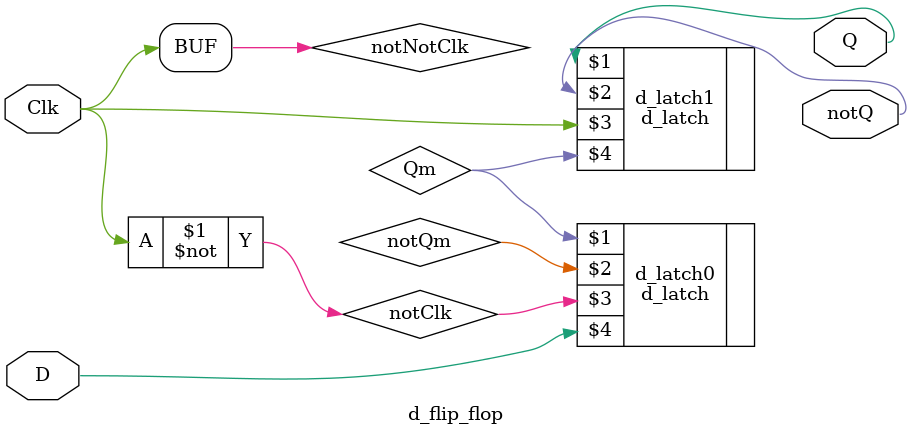
<source format=v>
`timescale 1ns / 1ps //delay unit is 1ns
`default_nettype none

module d_flip_flop(Q, notQ, Clk, D);
    //declare all ports
    output wire Q, notQ; //outputs of slave latch
    input wire Clk, D;
    
    /*intermediate nets*/
    wire notClk, notNotClk;
    wire Qm; //output of master latch
    //notQm is used in instantiation
    //but left unconnected
    wire notQm;
    
    //instantiate the NOT gates, add 2ns delay
    not #2 not0(notClk, Clk);
    not #2 not1(notNotClk, notClk);
    
    //instantiate the D-latches
    d_latch d_latch0(Qm, notQm, notClk, D);
    d_latch d_latch1(Q, notQ, notNotClk, Qm);

endmodule
</source>
